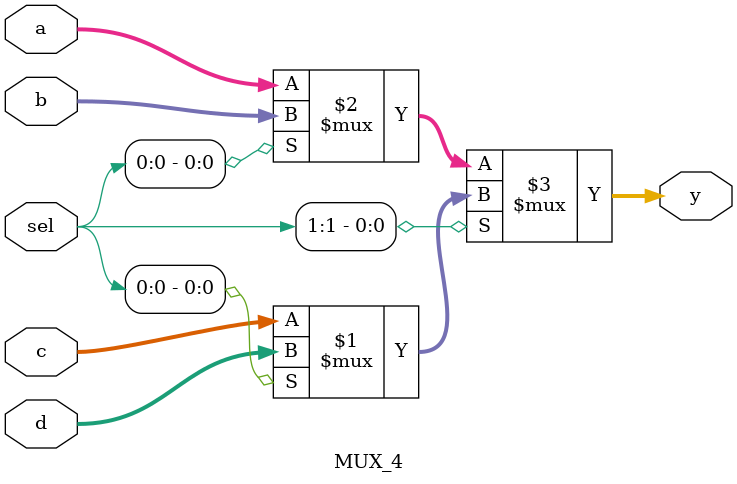
<source format=v>
`timescale 1ns / 1ps

module MUX_4 #(parameter mux_width= 32)(
    input [mux_width-1:0] a,b,c,d,
    input [1:0] sel,
    output [mux_width-1:0] y);

    assign y = sel[1] ? (sel[0] ? d : c) : (sel[0] ? b : a);  // 11 = d, 10 = c, 01 = b, 00 = a

endmodule
</source>
